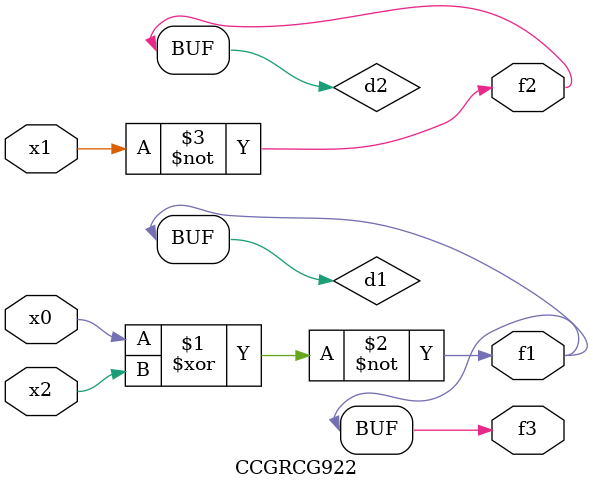
<source format=v>
module CCGRCG922(
	input x0, x1, x2,
	output f1, f2, f3
);

	wire d1, d2, d3;

	xnor (d1, x0, x2);
	nand (d2, x1);
	nor (d3, x1, x2);
	assign f1 = d1;
	assign f2 = d2;
	assign f3 = d1;
endmodule

</source>
